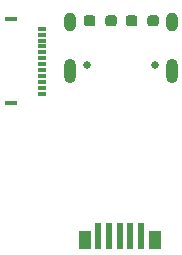
<source format=gbr>
%TF.GenerationSoftware,KiCad,Pcbnew,(5.1.10)-1*%
%TF.CreationDate,2022-04-16T22:58:20-04:00*%
%TF.ProjectId,030,3033302e-6b69-4636-9164-5f7063625858,rev?*%
%TF.SameCoordinates,Original*%
%TF.FileFunction,Soldermask,Top*%
%TF.FilePolarity,Negative*%
%FSLAX46Y46*%
G04 Gerber Fmt 4.6, Leading zero omitted, Abs format (unit mm)*
G04 Created by KiCad (PCBNEW (5.1.10)-1) date 2022-04-16 22:58:20*
%MOMM*%
%LPD*%
G01*
G04 APERTURE LIST*
%ADD10O,1.000000X1.600000*%
%ADD11C,0.650000*%
%ADD12O,1.000000X2.100000*%
%ADD13R,0.762000X0.355600*%
%ADD14R,1.041400X0.355600*%
%ADD15R,1.060000X1.580000*%
%ADD16R,0.600000X2.180000*%
G04 APERTURE END LIST*
%TO.C,R2*%
G36*
G01*
X104946000Y-53958500D02*
X104946000Y-53483500D01*
G75*
G02*
X105183500Y-53246000I237500J0D01*
G01*
X105683500Y-53246000D01*
G75*
G02*
X105921000Y-53483500I0J-237500D01*
G01*
X105921000Y-53958500D01*
G75*
G02*
X105683500Y-54196000I-237500J0D01*
G01*
X105183500Y-54196000D01*
G75*
G02*
X104946000Y-53958500I0J237500D01*
G01*
G37*
G36*
G01*
X103121000Y-53958500D02*
X103121000Y-53483500D01*
G75*
G02*
X103358500Y-53246000I237500J0D01*
G01*
X103858500Y-53246000D01*
G75*
G02*
X104096000Y-53483500I0J-237500D01*
G01*
X104096000Y-53958500D01*
G75*
G02*
X103858500Y-54196000I-237500J0D01*
G01*
X103358500Y-54196000D01*
G75*
G02*
X103121000Y-53958500I0J237500D01*
G01*
G37*
%TD*%
D10*
%TO.C,USB*%
X110619000Y-53814000D03*
D11*
X109189000Y-57464000D03*
D10*
X101979000Y-53814000D03*
D11*
X103409000Y-57464000D03*
D12*
X101979000Y-57994000D03*
X110619000Y-57994000D03*
%TD*%
D13*
%TO.C,J1*%
X99568000Y-54388001D03*
X99568000Y-54888000D03*
X99568000Y-55388002D03*
X99568000Y-55888001D03*
X99568000Y-56388000D03*
X99568000Y-56888001D03*
X99568000Y-57388001D03*
X99568000Y-57888002D03*
X99568000Y-58388001D03*
X99568000Y-58888000D03*
X99568000Y-59388002D03*
X99568000Y-59888001D03*
D14*
X96918000Y-53598000D03*
X96918000Y-60678002D03*
%TD*%
D15*
%TO.C,D1*%
X109110000Y-72240000D03*
D16*
X107960000Y-71940000D03*
X107060000Y-71940000D03*
X106160000Y-71940000D03*
X105260000Y-71940000D03*
X104360000Y-71940000D03*
D15*
X103210000Y-72240000D03*
%TD*%
%TO.C,R1*%
G36*
G01*
X106677000Y-53958500D02*
X106677000Y-53483500D01*
G75*
G02*
X106914500Y-53246000I237500J0D01*
G01*
X107414500Y-53246000D01*
G75*
G02*
X107652000Y-53483500I0J-237500D01*
G01*
X107652000Y-53958500D01*
G75*
G02*
X107414500Y-54196000I-237500J0D01*
G01*
X106914500Y-54196000D01*
G75*
G02*
X106677000Y-53958500I0J237500D01*
G01*
G37*
G36*
G01*
X108502000Y-53958500D02*
X108502000Y-53483500D01*
G75*
G02*
X108739500Y-53246000I237500J0D01*
G01*
X109239500Y-53246000D01*
G75*
G02*
X109477000Y-53483500I0J-237500D01*
G01*
X109477000Y-53958500D01*
G75*
G02*
X109239500Y-54196000I-237500J0D01*
G01*
X108739500Y-54196000D01*
G75*
G02*
X108502000Y-53958500I0J237500D01*
G01*
G37*
%TD*%
M02*

</source>
